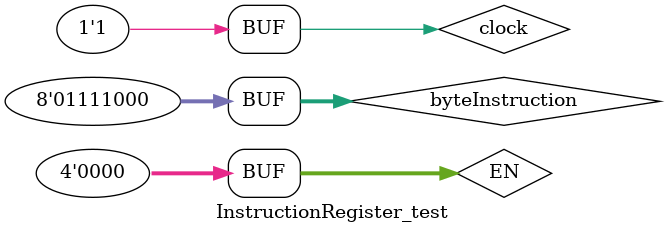
<source format=v>
`timescale 1ns / 1ps


module InstructionRegister_test;

	// Inputs
	reg [3:0] EN;
	reg clock;
	reg [7:0] byteInstruction;

	// Outputs
	wire [31:0] Instr;

	// CLOCK
	parameter PERIOD = 100;

	always begin
		clock = 1'b0;
		#(PERIOD/2) clock = 1'b1;
		#(PERIOD/2);
	end 

	// Instantiate the Unit Under Test (UUT)
	InstructionRegister uut (
		.EN(EN), 
		.clock(clock), 
		.byteInstruction(byteInstruction), 
		.Instr(Instr)
	);

	initial begin
		// Initialize Inputs
		EN = 4'b0001;
		byteInstruction = 8'h12;
		// Wait 100 ns for global reset to finish
		#100;
		
		// Initialize Inputs
		EN = 4'b0010;
		byteInstruction = 8'h34;
		// Wait 100 ns for global reset to finish
		#100;
		
		// Initialize Inputs
		EN = 4'b0100;
		byteInstruction = 8'h56;
		// Wait 100 ns for global reset to finish
		#100;
		
		// Initialize Inputs
		EN = 4'b1000;
		byteInstruction = 8'h78;
		// Wait 100 ns for global reset to finish
		#100;
		
		// Initialize Inputs
		EN = 4'b0000;
		byteInstruction = 8'h78;
		// Wait 100 ns for global reset to finish
		#100;
        
		

	end
      
endmodule


</source>
